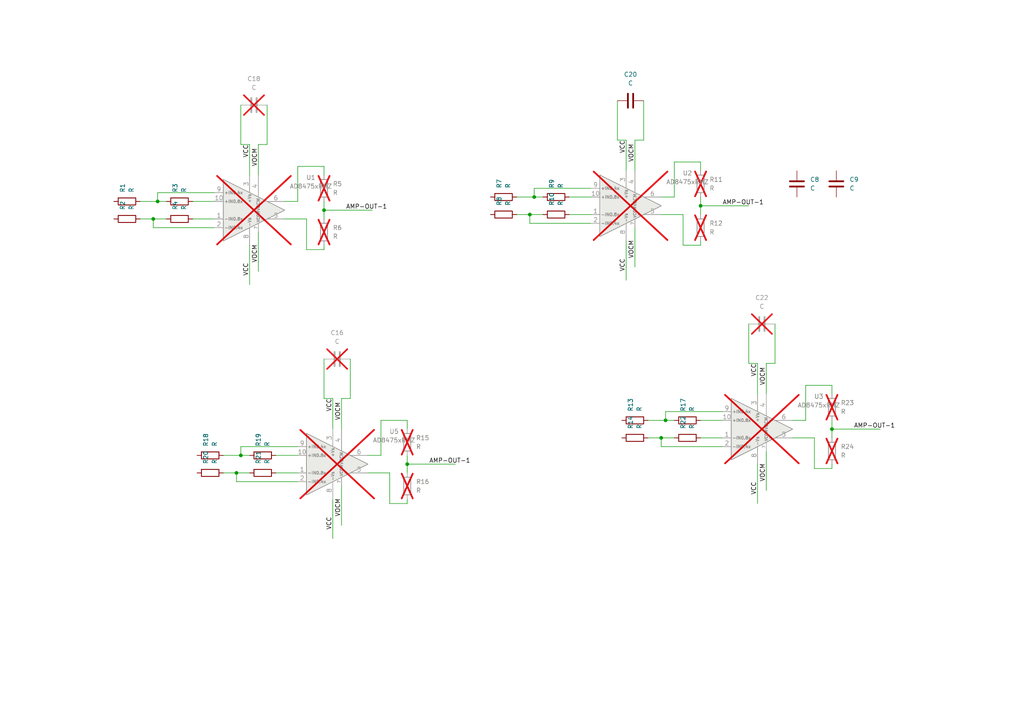
<source format=kicad_sch>
(kicad_sch (version 20230121) (generator eeschema)
  (paper "A4")
  (lib_symbols
    (symbol "AD8475xRMZ_1" (pin_names (offset 0.254))
      (property "Reference" "U3" (at 1.9321 -11.43 0))
      (property "Value" "AD8475xRMZ" (at 1.9321 -13.97 0))
      (symbol "AD8475xRMZ_1_0_1"
        (polyline (pts (xy -7.62 8.89) (xy -7.62 -8.89) (xy 10.16 0) (xy -7.62 8.89)) (stroke (width 0.254)) (fill (type background)))
      )
      (symbol "AD8475xRMZ_1_1_1"
        (pin input line (at -10.16 -2.54 0) (length 2.54) (name "-IN0.8x") (number "1"))
        (pin input line (at -10.16 2.54 0) (length 2.54) (name "+IN0.8x") (number "10"))
        (pin input line (at -10.16 -5.08 0) (length 2.54) (name "-IN0.4x") (number "2"))
        (pin power_in line (at 0 10.16 270) (length 5.08) (name "+Vs") (number "3"))
        (pin power_in line (at 2.54 10.16 270) (length 6.35) (name "VOCM") (number "4"))
        (pin output line (at 10.16 -2.54 180) (length 5.08) (name "+") (number "5"))
        (pin output line (at 10.16 2.54 180) (length 5.08) (name "-") (number "6"))
        (pin power_in line (at 2.54 -6.35 90) (length 2.54) (name "VCOM") (number "7"))
        (pin power_in line (at 0 -10.16 90) (length 5.08) (name "-Vs") (number "8"))
        (pin input line (at -10.16 5.08 0) (length 2.54) (name "+IN0.4x") (number "9"))
      )
    )
    (symbol "Device:C" (pin_numbers hide) (pin_names (offset 0.254))
      (property "Reference" "C" (at 0.635 2.54 0))
      (property "Value" "C" (at 0.635 -2.54 0))
      (symbol "C_0_1"
        (polyline (pts (xy -2.032 -0.762) (xy 2.032 -0.762)) (stroke (width 0.508)))
        (polyline (pts (xy -2.032 0.762) (xy 2.032 0.762)) (stroke (width 0.508)))
      )
      (symbol "C_1_1"
        (pin passive line (at 0 3.81 270) (length 2.794) (name "~") (number "1"))
        (pin passive line (at 0 -3.81 90) (length 2.794) (name "~") (number "2"))
      )
    )
    (symbol "Device:R" (pin_numbers hide) (pin_names (offset 0))
      (property "Reference" "R" (at 2.032 0 90))
      (property "Value" "R" (at 0 0 90))
      (symbol "R_0_1"
        (rectangle (start -1.016 -2.54) (end 1.016 2.54) (stroke (width 0.254)))
      )
      (symbol "R_1_1"
        (pin passive line (at 0 3.81 270) (length 1.27) (name "~") (number "1"))
        (pin passive line (at 0 -3.81 90) (length 1.27) (name "~") (number "2"))
      )
    )
  )
  (junction (at 193.04 121.92))
  (junction (at 191.77 127))
  (junction (at 69.85 132.08))
  (junction (at 68.58 137.16))
  (junction (at 93.98 60.96))
  (junction (at 241.3 124.46))
  (junction (at 118.11 134.62))
  (junction (at 44.45 63.5))
  (junction (at 203.2 59.69))
  (junction (at 45.72 58.42))
  (junction (at 153.67 62.23))
  (junction (at 154.94 57.15))
  (wire (pts (xy 86.36 48.26) (xy 93.98 48.26)))
  (wire (pts (xy 118.11 134.62) (xy 118.11 137.16)))
  (wire (pts (xy 149.86 57.15) (xy 154.94 57.15)))
  (wire (pts (xy 72.39 71.12) (xy 72.39 82.55)))
  (wire (pts (xy 165.1 62.23) (xy 171.45 62.23)))
  (wire (pts (xy 96.52 115.57) (xy 96.52 124.46)))
  (wire (pts (xy 203.2 71.12) (xy 203.2 69.85)))
  (wire (pts (xy 93.98 60.96) (xy 107.95 60.96)))
  (wire (pts (xy 99.06 140.97) (xy 99.06 152.4)))
  (wire (pts (xy 181.61 40.64) (xy 181.61 49.53)))
  (wire (pts (xy 45.72 55.88) (xy 62.23 55.88)))
  (wire (pts (xy 233.68 111.76) (xy 241.3 111.76)))
  (wire (pts (xy 184.15 40.64) (xy 184.15 49.53)))
  (wire (pts (xy 203.2 57.15) (xy 203.2 59.69)))
  (wire (pts (xy 93.98 58.42) (xy 93.98 60.96)))
  (wire (pts (xy 229.87 127) (xy 236.22 127)))
  (wire (pts (xy 203.2 127) (xy 209.55 127)))
  (wire (pts (xy 157.48 57.15) (xy 154.94 57.15)))
  (wire (pts (xy 86.36 58.42) (xy 86.36 48.26)))
  (wire (pts (xy 181.61 40.64) (xy 179.07 40.64)))
  (wire (pts (xy 187.96 121.92) (xy 193.04 121.92)))
  (wire (pts (xy 74.93 67.31) (xy 74.93 78.74)))
  (wire (pts (xy 72.39 41.91) (xy 72.39 50.8)))
  (wire (pts (xy 72.39 132.08) (xy 69.85 132.08)))
  (wire (pts (xy 99.06 115.57) (xy 99.06 124.46)))
  (wire (pts (xy 203.2 46.99) (xy 203.2 49.53)))
  (wire (pts (xy 62.23 66.04) (xy 44.45 66.04)))
  (wire (pts (xy 236.22 135.89) (xy 241.3 135.89)))
  (wire (pts (xy 154.94 54.61) (xy 171.45 54.61)))
  (wire (pts (xy 241.3 121.92) (xy 241.3 124.46)))
  (wire (pts (xy 96.52 115.57) (xy 93.98 115.57)))
  (wire (pts (xy 101.6 104.14) (xy 101.6 115.57)))
  (wire (pts (xy 165.1 57.15) (xy 171.45 57.15)))
  (wire (pts (xy 88.9 63.5) (xy 88.9 72.39)))
  (wire (pts (xy 224.79 105.41) (xy 222.25 105.41)))
  (wire (pts (xy 48.26 58.42) (xy 45.72 58.42)))
  (wire (pts (xy 93.98 60.96) (xy 93.98 63.5)))
  (wire (pts (xy 195.58 46.99) (xy 203.2 46.99)))
  (wire (pts (xy 110.49 121.92) (xy 118.11 121.92)))
  (wire (pts (xy 77.47 30.48) (xy 77.47 41.91)))
  (wire (pts (xy 69.85 132.08) (xy 69.85 129.54)))
  (wire (pts (xy 44.45 66.04) (xy 44.45 63.5)))
  (wire (pts (xy 110.49 132.08) (xy 110.49 121.92)))
  (wire (pts (xy 69.85 129.54) (xy 86.36 129.54)))
  (wire (pts (xy 241.3 135.89) (xy 241.3 134.62)))
  (wire (pts (xy 193.04 119.38) (xy 209.55 119.38)))
  (wire (pts (xy 241.3 124.46) (xy 241.3 127)))
  (wire (pts (xy 195.58 121.92) (xy 193.04 121.92)))
  (wire (pts (xy 55.88 58.42) (xy 62.23 58.42)))
  (wire (pts (xy 118.11 134.62) (xy 132.08 134.62)))
  (wire (pts (xy 77.47 41.91) (xy 74.93 41.91)))
  (wire (pts (xy 219.71 105.41) (xy 219.71 114.3)))
  (wire (pts (xy 64.77 137.16) (xy 68.58 137.16)))
  (wire (pts (xy 217.17 105.41) (xy 217.17 93.98)))
  (wire (pts (xy 80.01 137.16) (xy 86.36 137.16)))
  (wire (pts (xy 72.39 41.91) (xy 69.85 41.91)))
  (wire (pts (xy 82.55 63.5) (xy 88.9 63.5)))
  (wire (pts (xy 241.3 111.76) (xy 241.3 114.3)))
  (wire (pts (xy 149.86 62.23) (xy 153.67 62.23)))
  (wire (pts (xy 236.22 127) (xy 236.22 135.89)))
  (wire (pts (xy 186.69 40.64) (xy 184.15 40.64)))
  (wire (pts (xy 193.04 121.92) (xy 193.04 119.38)))
  (wire (pts (xy 40.64 63.5) (xy 44.45 63.5)))
  (wire (pts (xy 82.55 58.42) (xy 86.36 58.42)))
  (wire (pts (xy 198.12 62.23) (xy 198.12 71.12)))
  (wire (pts (xy 106.68 132.08) (xy 110.49 132.08)))
  (wire (pts (xy 224.79 93.98) (xy 224.79 105.41)))
  (wire (pts (xy 195.58 57.15) (xy 195.58 46.99)))
  (wire (pts (xy 203.2 121.92) (xy 209.55 121.92)))
  (wire (pts (xy 181.61 69.85) (xy 181.61 81.28)))
  (wire (pts (xy 40.64 58.42) (xy 45.72 58.42)))
  (wire (pts (xy 44.45 63.5) (xy 48.26 63.5)))
  (wire (pts (xy 69.85 41.91) (xy 69.85 30.48)))
  (wire (pts (xy 186.69 29.21) (xy 186.69 40.64)))
  (wire (pts (xy 191.77 57.15) (xy 195.58 57.15)))
  (wire (pts (xy 222.25 130.81) (xy 222.25 142.24)))
  (wire (pts (xy 187.96 127) (xy 191.77 127)))
  (wire (pts (xy 179.07 40.64) (xy 179.07 29.21)))
  (wire (pts (xy 45.72 58.42) (xy 45.72 55.88)))
  (wire (pts (xy 88.9 72.39) (xy 93.98 72.39)))
  (wire (pts (xy 222.25 105.41) (xy 222.25 114.3)))
  (wire (pts (xy 96.52 144.78) (xy 96.52 156.21)))
  (wire (pts (xy 184.15 66.04) (xy 184.15 77.47)))
  (wire (pts (xy 198.12 71.12) (xy 203.2 71.12)))
  (wire (pts (xy 68.58 139.7) (xy 68.58 137.16)))
  (wire (pts (xy 113.03 137.16) (xy 113.03 146.05)))
  (wire (pts (xy 68.58 137.16) (xy 72.39 137.16)))
  (wire (pts (xy 153.67 64.77) (xy 153.67 62.23)))
  (wire (pts (xy 118.11 146.05) (xy 118.11 144.78)))
  (wire (pts (xy 203.2 59.69) (xy 217.17 59.69)))
  (wire (pts (xy 55.88 63.5) (xy 62.23 63.5)))
  (wire (pts (xy 74.93 41.91) (xy 74.93 50.8)))
  (wire (pts (xy 191.77 62.23) (xy 198.12 62.23)))
  (wire (pts (xy 86.36 139.7) (xy 68.58 139.7)))
  (wire (pts (xy 93.98 72.39) (xy 93.98 71.12)))
  (wire (pts (xy 93.98 48.26) (xy 93.98 50.8)))
  (wire (pts (xy 171.45 64.77) (xy 153.67 64.77)))
  (wire (pts (xy 80.01 132.08) (xy 86.36 132.08)))
  (wire (pts (xy 113.03 146.05) (xy 118.11 146.05)))
  (wire (pts (xy 219.71 134.62) (xy 219.71 146.05)))
  (wire (pts (xy 233.68 121.92) (xy 233.68 111.76)))
  (wire (pts (xy 118.11 132.08) (xy 118.11 134.62)))
  (wire (pts (xy 209.55 129.54) (xy 191.77 129.54)))
  (wire (pts (xy 191.77 127) (xy 195.58 127)))
  (wire (pts (xy 101.6 115.57) (xy 99.06 115.57)))
  (wire (pts (xy 153.67 62.23) (xy 157.48 62.23)))
  (wire (pts (xy 203.2 59.69) (xy 203.2 62.23)))
  (wire (pts (xy 219.71 105.41) (xy 217.17 105.41)))
  (wire (pts (xy 93.98 115.57) (xy 93.98 104.14)))
  (wire (pts (xy 64.77 132.08) (xy 69.85 132.08)))
  (wire (pts (xy 241.3 124.46) (xy 255.27 124.46)))
  (wire (pts (xy 191.77 129.54) (xy 191.77 127)))
  (wire (pts (xy 118.11 121.92) (xy 118.11 124.46)))
  (wire (pts (xy 154.94 57.15) (xy 154.94 54.61)))
  (wire (pts (xy 106.68 137.16) (xy 113.03 137.16)))
  (wire (pts (xy 229.87 121.92) (xy 233.68 121.92)))
  (label "VOCM" (at 184.15 74.93 90))
  (label "AMP-OUT-1" (at 209.55 59.69 0))
  (label "VCC" (at 181.61 44.45 90))
  (label "VCC" (at 219.71 109.22 90))
  (label "VOCM" (at 184.15 46.99 90))
  (label "VCC" (at 96.52 153.67 90))
  (label "VOCM" (at 74.93 48.26 90))
  (label "VCC" (at 181.61 78.74 90))
  (label "VOCM" (at 222.25 139.7 90))
  (label "VCC" (at 72.39 45.72 90))
  (label "VCC" (at 72.39 80.01 90))
  (label "AMP-OUT-1" (at 100.33 60.96 0))
  (label "VCC" (at 219.71 143.51 90))
  (label "AMP-OUT-1" (at 247.65 124.46 0))
  (label "VOCM" (at 99.06 121.92 90))
  (label "VOCM" (at 99.06 149.86 90))
  (label "VOCM" (at 74.93 76.2 90))
  (label "VOCM" (at 222.25 111.76 90))
  (label "VCC" (at 96.52 119.38 90))
  (label "AMP-OUT-1" (at 124.46 134.62 0))
  (symbol (lib_id "Device:R") (at 161.29 62.23 90) (unit 1)
    (property "Reference" "R10" (at 160.02 59.69 0) (effects (justify left)))
    (property "Value" "R" (at 162.56 59.69 0) (effects (justify left)))
    (property "Footprint" "Resistor_SMD:R_0805_2012Metric" (effects hide))
  )
  (symbol (lib_id "Device:R") (at 203.2 53.34 0) (unit 1) (dnp yes)
    (property "Reference" "R11" (at 205.74 52.07 0) (effects (justify left)))
    (property "Value" "R" (at 205.74 54.61 0) (effects (justify left)))
    (property "Footprint" "Resistor_SMD:R_0805_2012Metric" (effects hide))
  )
  (symbol (lib_id "Device:R") (at 199.39 121.92 90) (unit 1)
    (property "Reference" "R17" (at 198.12 119.38 0) (effects (justify left)))
    (property "Value" "R" (at 200.66 119.38 0) (effects (justify left)))
    (property "Footprint" "Resistor_SMD:R_0805_2012Metric" (effects hide))
  )
  (symbol (lib_id "Device:R") (at 36.83 58.42 90) (unit 1)
    (property "Reference" "R1" (at 35.56 55.88 0) (effects (justify left)))
    (property "Value" "R" (at 38.1 55.88 0) (effects (justify left)))
    (property "Footprint" "Resistor_SMD:R_0805_2012Metric" (effects hide))
  )
  (symbol (lib_name "AD8475xRMZ_1") (lib_id "Amplifier_Difference:AD8475xRMZ") (at 96.52 134.62 0) (unit 1) (dnp yes)
    (property "Reference" "U5" (at 114.3 125.1519 0))
    (property "Value" "AD8475xRMZ" (at 114.3 127.6919 0))
    (property "Footprint" "Package_SO:TSSOP-10_3x3mm_P0.5mm" (effects hide))
    (property "Datasheet" "https://www.analog.com/media/en/technical-documentation/data-sheets/AD8475.pdf" (effects hide))
  )
  (symbol (lib_id "Device:R") (at 93.98 54.61 0) (unit 1) (dnp yes)
    (property "Reference" "R5" (at 96.52 53.34 0) (effects (justify left)))
    (property "Value" "R" (at 96.52 55.88 0) (effects (justify left)))
    (property "Footprint" "Resistor_SMD:R_0805_2012Metric" (effects hide))
  )
  (symbol (lib_name "AD8475xRMZ_1") (lib_id "Amplifier_Difference:AD8475xRMZ") (at 181.61 59.69 0) (unit 1) (dnp yes)
    (property "Reference" "U2" (at 199.39 50.2219 0))
    (property "Value" "AD8475xRMZ" (at 199.39 52.7619 0))
    (property "Footprint" "Package_SO:TSSOP-10_3x3mm_P0.5mm" (effects hide))
    (property "Datasheet" "https://www.analog.com/media/en/technical-documentation/data-sheets/AD8475.pdf" (effects hide))
  )
  (symbol (lib_id "Device:R") (at 161.29 57.15 90) (unit 1)
    (property "Reference" "R9" (at 160.02 54.61 0) (effects (justify left)))
    (property "Value" "R" (at 162.56 54.61 0) (effects (justify left)))
    (property "Footprint" "Resistor_SMD:R_0805_2012Metric" (effects hide))
  )
  (symbol (lib_id "Device:C") (at 97.79 104.14 90) (unit 1) (dnp yes)
    (property "Reference" "C16" (at 97.79 96.52 90))
    (property "Value" "C" (at 97.79 99.06 90))
  )
  (symbol (lib_id "Device:R") (at 76.2 137.16 90) (unit 1)
    (property "Reference" "R21" (at 74.93 134.62 0) (effects (justify left)))
    (property "Value" "R" (at 77.47 134.62 0) (effects (justify left)))
    (property "Footprint" "Resistor_SMD:R_0805_2012Metric" (effects hide))
  )
  (symbol (lib_id "Device:R") (at 199.39 127 90) (unit 1)
    (property "Reference" "R22" (at 198.12 124.46 0) (effects (justify left)))
    (property "Value" "R" (at 200.66 124.46 0) (effects (justify left)))
    (property "Footprint" "Resistor_SMD:R_0805_2012Metric" (effects hide))
  )
  (symbol (lib_id "Device:R") (at 241.3 130.81 0) (unit 1) (dnp yes)
    (property "Reference" "R24" (at 243.84 129.54 0) (effects (justify left)))
    (property "Value" "R" (at 243.84 132.08 0) (effects (justify left)))
    (property "Footprint" "Resistor_SMD:R_0805_2012Metric" (effects hide))
  )
  (symbol (lib_id "Device:R") (at 146.05 62.23 90) (unit 1)
    (property "Reference" "R8" (at 144.78 59.69 0) (effects (justify left)))
    (property "Value" "R" (at 147.32 59.69 0) (effects (justify left)))
    (property "Footprint" "Resistor_SMD:R_0805_2012Metric" (effects hide))
  )
  (symbol (lib_id "Device:C") (at 220.98 93.98 90) (unit 1) (dnp yes)
    (property "Reference" "C22" (at 220.98 86.36 90))
    (property "Value" "C" (at 220.98 88.9 90))
  )
  (symbol (lib_id "Device:R") (at 76.2 132.08 90) (unit 1)
    (property "Reference" "R19" (at 74.93 129.54 0) (effects (justify left)))
    (property "Value" "R" (at 77.47 129.54 0) (effects (justify left)))
    (property "Footprint" "Resistor_SMD:R_0805_2012Metric" (effects hide))
  )
  (symbol (lib_id "Device:R") (at 52.07 58.42 90) (unit 1)
    (property "Reference" "R3" (at 50.8 55.88 0) (effects (justify left)))
    (property "Value" "R" (at 53.34 55.88 0) (effects (justify left)))
    (property "Footprint" "Resistor_SMD:R_0805_2012Metric" (effects hide))
  )
  (symbol (lib_id "Device:R") (at 184.15 127 90) (unit 1)
    (property "Reference" "R14" (at 182.88 124.46 0) (effects (justify left)))
    (property "Value" "R" (at 185.42 124.46 0) (effects (justify left)))
    (property "Footprint" "Resistor_SMD:R_0805_2012Metric" (effects hide))
  )
  (symbol (lib_id "Device:R") (at 118.11 140.97 0) (unit 1) (dnp yes)
    (property "Reference" "R16" (at 120.65 139.7 0) (effects (justify left)))
    (property "Value" "R" (at 120.65 142.24 0) (effects (justify left)))
    (property "Footprint" "Resistor_SMD:R_0805_2012Metric" (effects hide))
  )
  (symbol (lib_id "Device:R") (at 146.05 57.15 90) (unit 1)
    (property "Reference" "R7" (at 144.78 54.61 0) (effects (justify left)))
    (property "Value" "R" (at 147.32 54.61 0) (effects (justify left)))
    (property "Footprint" "Resistor_SMD:R_0805_2012Metric" (effects hide))
  )
  (symbol (lib_name "AD8475xRMZ_1") (lib_id "Amplifier_Difference:AD8475xRMZ") (at 219.71 124.46 0) (unit 1) (dnp yes)
    (property "Reference" "U3" (at 237.49 114.9919 0))
    (property "Value" "AD8475xRMZ" (at 237.49 117.5319 0))
    (property "Footprint" "Package_SO:TSSOP-10_3x3mm_P0.5mm" (effects hide))
    (property "Datasheet" "https://www.analog.com/media/en/technical-documentation/data-sheets/AD8475.pdf" (effects hide))
  )
  (symbol (lib_name "AD8475xRMZ_1") (lib_id "Amplifier_Difference:AD8475xRMZ") (at 72.39 60.96 0) (unit 1) (dnp yes)
    (property "Reference" "U1" (at 90.17 51.4919 0))
    (property "Value" "AD8475xRMZ" (at 90.17 54.0319 0))
    (property "Footprint" "Package_SO:TSSOP-10_3x3mm_P0.5mm" (effects hide))
    (property "Datasheet" "https://www.analog.com/media/en/technical-documentation/data-sheets/AD8475.pdf" (effects hide))
  )
  (symbol (lib_id "Device:R") (at 118.11 128.27 0) (unit 1) (dnp yes)
    (property "Reference" "R15" (at 120.65 127 0) (effects (justify left)))
    (property "Value" "R" (at 120.65 129.54 0) (effects (justify left)))
    (property "Footprint" "Resistor_SMD:R_0805_2012Metric" (effects hide))
  )
  (symbol (lib_id "Device:R") (at 93.98 67.31 0) (unit 1) (dnp yes)
    (property "Reference" "R6" (at 96.52 66.04 0) (effects (justify left)))
    (property "Value" "R" (at 96.52 68.58 0) (effects (justify left)))
    (property "Footprint" "Resistor_SMD:R_0805_2012Metric" (effects hide))
  )
  (symbol (lib_id "Device:R") (at 36.83 63.5 90) (unit 1)
    (property "Reference" "R2" (at 35.56 60.96 0) (effects (justify left)))
    (property "Value" "R" (at 38.1 60.96 0) (effects (justify left)))
    (property "Footprint" "Resistor_SMD:R_0805_2012Metric" (effects hide))
  )
  (symbol (lib_id "Device:R") (at 60.96 137.16 90) (unit 1)
    (property "Reference" "R20" (at 59.69 134.62 0) (effects (justify left)))
    (property "Value" "R" (at 62.23 134.62 0) (effects (justify left)))
    (property "Footprint" "Resistor_SMD:R_0805_2012Metric" (effects hide))
  )
  (symbol (lib_id "Device:C") (at 182.88 29.21 90) (unit 1)
    (property "Reference" "C20" (at 182.88 21.59 90))
    (property "Value" "C" (at 182.88 24.13 90))
  )
  (symbol (lib_id "Device:R") (at 52.07 63.5 90) (unit 1)
    (property "Reference" "R4" (at 50.8 60.96 0) (effects (justify left)))
    (property "Value" "R" (at 53.34 60.96 0) (effects (justify left)))
    (property "Footprint" "Resistor_SMD:R_0805_2012Metric" (effects hide))
  )
  (symbol (lib_id "Device:C") (at 242.57 53.34 0) (unit 1)
    (property "Reference" "C9" (at 246.38 52.07 0) (effects (justify left)))
    (property "Value" "C" (at 246.38 54.61 0) (effects (justify left)))
  )
  (symbol (lib_id "Device:C") (at 73.66 30.48 90) (unit 1) (dnp yes)
    (property "Reference" "C18" (at 73.66 22.86 90))
    (property "Value" "C" (at 73.66 25.4 90))
  )
  (symbol (lib_id "Device:C") (at 231.14 53.34 0) (unit 1)
    (property "Reference" "C8" (at 234.95 52.07 0) (effects (justify left)))
    (property "Value" "C" (at 234.95 54.61 0) (effects (justify left)))
  )
  (symbol (lib_id "Device:R") (at 241.3 118.11 0) (unit 1) (dnp yes)
    (property "Reference" "R23" (at 243.84 116.84 0) (effects (justify left)))
    (property "Value" "R" (at 243.84 119.38 0) (effects (justify left)))
    (property "Footprint" "Resistor_SMD:R_0805_2012Metric" (effects hide))
  )
  (symbol (lib_id "Device:R") (at 184.15 121.92 90) (unit 1)
    (property "Reference" "R13" (at 182.88 119.38 0) (effects (justify left)))
    (property "Value" "R" (at 185.42 119.38 0) (effects (justify left)))
    (property "Footprint" "Resistor_SMD:R_0805_2012Metric" (effects hide))
  )
  (symbol (lib_id "Device:R") (at 60.96 132.08 90) (unit 1)
    (property "Reference" "R18" (at 59.69 129.54 0) (effects (justify left)))
    (property "Value" "R" (at 62.23 129.54 0) (effects (justify left)))
    (property "Footprint" "Resistor_SMD:R_0805_2012Metric" (effects hide))
  )
  (symbol (lib_id "Device:R") (at 203.2 66.04 0) (unit 1) (dnp yes)
    (property "Reference" "R12" (at 205.74 64.77 0) (effects (justify left)))
    (property "Value" "R" (at 205.74 67.31 0) (effects (justify left)))
    (property "Footprint" "Resistor_SMD:R_0805_2012Metric" (effects hide))
  )
)
</source>
